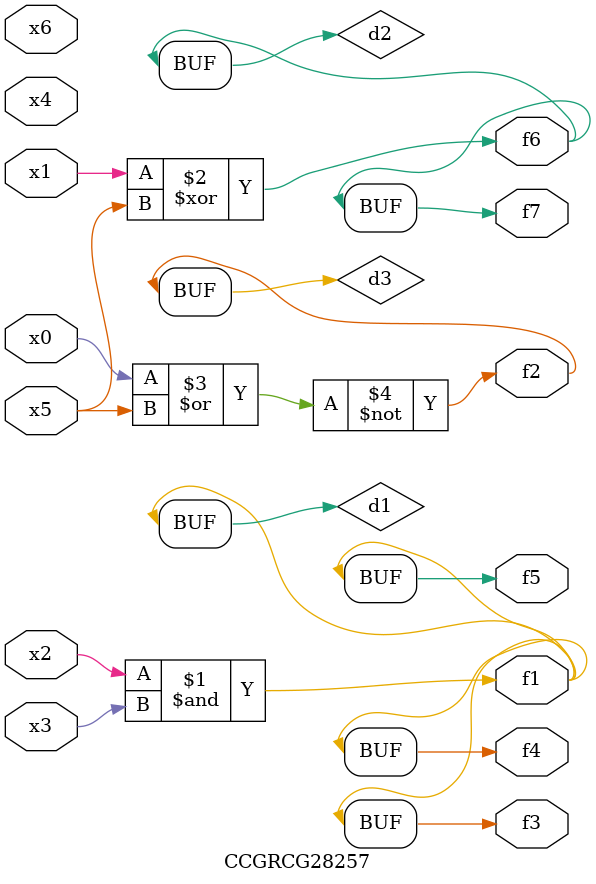
<source format=v>
module CCGRCG28257(
	input x0, x1, x2, x3, x4, x5, x6,
	output f1, f2, f3, f4, f5, f6, f7
);

	wire d1, d2, d3;

	and (d1, x2, x3);
	xor (d2, x1, x5);
	nor (d3, x0, x5);
	assign f1 = d1;
	assign f2 = d3;
	assign f3 = d1;
	assign f4 = d1;
	assign f5 = d1;
	assign f6 = d2;
	assign f7 = d2;
endmodule

</source>
